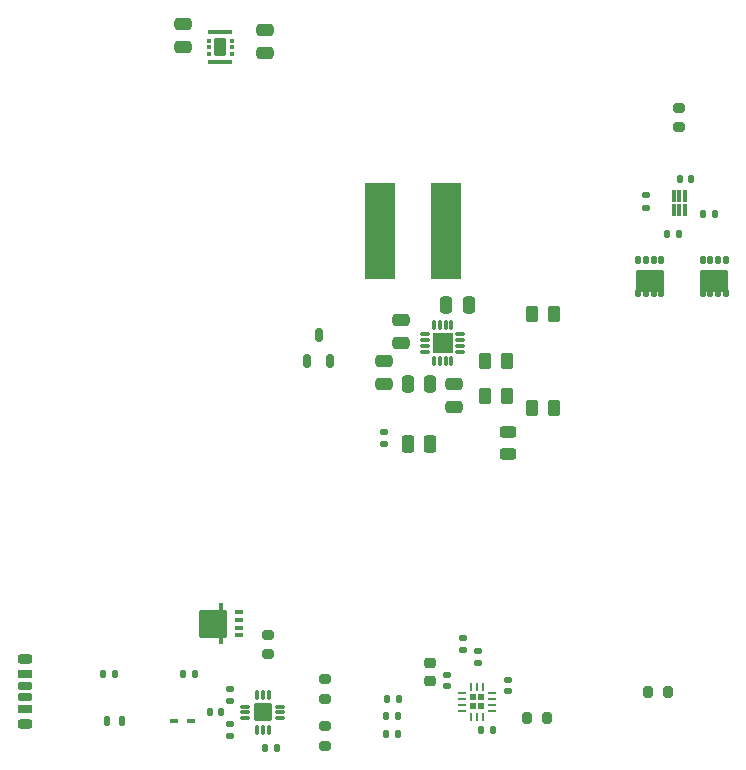
<source format=gbr>
%TF.GenerationSoftware,KiCad,Pcbnew,8.0.8*%
%TF.CreationDate,2025-03-29T17:39:48+01:00*%
%TF.ProjectId,eps,6570732e-6b69-4636-9164-5f7063625858,rev?*%
%TF.SameCoordinates,PX55d4a80PY8044ea0*%
%TF.FileFunction,Paste,Top*%
%TF.FilePolarity,Positive*%
%FSLAX46Y46*%
G04 Gerber Fmt 4.6, Leading zero omitted, Abs format (unit mm)*
G04 Created by KiCad (PCBNEW 8.0.8) date 2025-03-29 17:39:48*
%MOMM*%
%LPD*%
G01*
G04 APERTURE LIST*
G04 Aperture macros list*
%AMRoundRect*
0 Rectangle with rounded corners*
0 $1 Rounding radius*
0 $2 $3 $4 $5 $6 $7 $8 $9 X,Y pos of 4 corners*
0 Add a 4 corners polygon primitive as box body*
4,1,4,$2,$3,$4,$5,$6,$7,$8,$9,$2,$3,0*
0 Add four circle primitives for the rounded corners*
1,1,$1+$1,$2,$3*
1,1,$1+$1,$4,$5*
1,1,$1+$1,$6,$7*
1,1,$1+$1,$8,$9*
0 Add four rect primitives between the rounded corners*
20,1,$1+$1,$2,$3,$4,$5,0*
20,1,$1+$1,$4,$5,$6,$7,0*
20,1,$1+$1,$6,$7,$8,$9,0*
20,1,$1+$1,$8,$9,$2,$3,0*%
G04 Aperture macros list end*
%ADD10RoundRect,0.175000X-0.425000X0.175000X-0.425000X-0.175000X0.425000X-0.175000X0.425000X0.175000X0*%
%ADD11RoundRect,0.190000X-0.410000X0.190000X-0.410000X-0.190000X0.410000X-0.190000X0.410000X0.190000X0*%
%ADD12RoundRect,0.200000X-0.400000X0.200000X-0.400000X-0.200000X0.400000X-0.200000X0.400000X0.200000X0*%
%ADD13RoundRect,0.125000X0.125000X0.190000X-0.125000X0.190000X-0.125000X-0.190000X0.125000X-0.190000X0*%
%ADD14RoundRect,0.125000X-0.125000X0.250000X-0.125000X-0.250000X0.125000X-0.250000X0.125000X0.250000X0*%
%ADD15RoundRect,0.250000X-0.975000X0.700000X-0.975000X-0.700000X0.975000X-0.700000X0.975000X0.700000X0*%
%ADD16RoundRect,0.200000X0.275000X-0.200000X0.275000X0.200000X-0.275000X0.200000X-0.275000X-0.200000X0*%
%ADD17RoundRect,0.250000X-0.262500X-0.450000X0.262500X-0.450000X0.262500X0.450000X-0.262500X0.450000X0*%
%ADD18RoundRect,0.137500X-0.137500X-0.262500X0.137500X-0.262500X0.137500X0.262500X-0.137500X0.262500X0*%
%ADD19RoundRect,0.200000X-0.275000X0.200000X-0.275000X-0.200000X0.275000X-0.200000X0.275000X0.200000X0*%
%ADD20RoundRect,0.225000X0.250000X-0.225000X0.250000X0.225000X-0.250000X0.225000X-0.250000X-0.225000X0*%
%ADD21RoundRect,0.145000X-0.145000X0.145000X-0.145000X-0.145000X0.145000X-0.145000X0.145000X0.145000X0*%
%ADD22RoundRect,0.062500X-0.062500X0.275000X-0.062500X-0.275000X0.062500X-0.275000X0.062500X0.275000X0*%
%ADD23RoundRect,0.062500X-0.275000X0.062500X-0.275000X-0.062500X0.275000X-0.062500X0.275000X0.062500X0*%
%ADD24RoundRect,0.135000X-0.185000X0.135000X-0.185000X-0.135000X0.185000X-0.135000X0.185000X0.135000X0*%
%ADD25RoundRect,0.250000X-1.050000X-3.850000X1.050000X-3.850000X1.050000X3.850000X-1.050000X3.850000X0*%
%ADD26RoundRect,0.200000X-0.200000X-0.275000X0.200000X-0.275000X0.200000X0.275000X-0.200000X0.275000X0*%
%ADD27RoundRect,0.087500X0.100000X-0.087500X0.100000X0.087500X-0.100000X0.087500X-0.100000X-0.087500X0*%
%ADD28RoundRect,0.100000X0.950000X-0.100000X0.950000X0.100000X-0.950000X0.100000X-0.950000X-0.100000X0*%
%ADD29RoundRect,0.250000X0.300000X0.500000X-0.300000X0.500000X-0.300000X-0.500000X0.300000X-0.500000X0*%
%ADD30RoundRect,0.140000X-0.170000X0.140000X-0.170000X-0.140000X0.170000X-0.140000X0.170000X0.140000X0*%
%ADD31RoundRect,0.140000X-0.140000X-0.170000X0.140000X-0.170000X0.140000X0.170000X-0.140000X0.170000X0*%
%ADD32RoundRect,0.135000X0.135000X0.185000X-0.135000X0.185000X-0.135000X-0.185000X0.135000X-0.185000X0*%
%ADD33RoundRect,0.075000X0.075000X0.450000X-0.075000X0.450000X-0.075000X-0.450000X0.075000X-0.450000X0*%
%ADD34RoundRect,0.140000X0.170000X-0.140000X0.170000X0.140000X-0.170000X0.140000X-0.170000X-0.140000X0*%
%ADD35RoundRect,0.140000X0.140000X0.170000X-0.140000X0.170000X-0.140000X-0.170000X0.140000X-0.170000X0*%
%ADD36RoundRect,0.135000X-0.135000X-0.185000X0.135000X-0.185000X0.135000X0.185000X-0.135000X0.185000X0*%
%ADD37RoundRect,0.250000X-0.300000X-0.475000X0.300000X-0.475000X0.300000X0.475000X-0.300000X0.475000X0*%
%ADD38RoundRect,0.135000X0.185000X-0.135000X0.185000X0.135000X-0.185000X0.135000X-0.185000X-0.135000X0*%
%ADD39RoundRect,0.250000X-0.475000X0.250000X-0.475000X-0.250000X0.475000X-0.250000X0.475000X0.250000X0*%
%ADD40RoundRect,0.250000X0.475000X-0.250000X0.475000X0.250000X-0.475000X0.250000X-0.475000X-0.250000X0*%
%ADD41RoundRect,0.250000X-0.250000X-0.475000X0.250000X-0.475000X0.250000X0.475000X-0.250000X0.475000X0*%
%ADD42RoundRect,0.250000X0.250000X0.475000X-0.250000X0.475000X-0.250000X-0.475000X0.250000X-0.475000X0*%
%ADD43RoundRect,0.243750X-0.456250X0.243750X-0.456250X-0.243750X0.456250X-0.243750X0.456250X0.243750X0*%
%ADD44RoundRect,0.150000X0.150000X0.425000X-0.150000X0.425000X-0.150000X-0.425000X0.150000X-0.425000X0*%
%ADD45RoundRect,0.075000X-0.350000X0.075000X-0.350000X-0.075000X0.350000X-0.075000X0.350000X0.075000X0*%
%ADD46RoundRect,0.075000X0.075000X0.350000X-0.075000X0.350000X-0.075000X-0.350000X0.075000X-0.350000X0*%
%ADD47RoundRect,0.250000X0.525000X0.525000X-0.525000X0.525000X-0.525000X-0.525000X0.525000X-0.525000X0*%
%ADD48RoundRect,0.100000X0.275000X-0.100000X0.275000X0.100000X-0.275000X0.100000X-0.275000X-0.100000X0*%
%ADD49RoundRect,0.250000X0.950000X0.975000X-0.950000X0.975000X-0.950000X-0.975000X0.950000X-0.975000X0*%
%ADD50RoundRect,0.100000X0.100000X0.277500X-0.100000X0.277500X-0.100000X-0.277500X0.100000X-0.277500X0*%
%ADD51RoundRect,0.075000X0.075000X0.325000X-0.075000X0.325000X-0.075000X-0.325000X0.075000X-0.325000X0*%
%ADD52RoundRect,0.075000X0.325000X-0.075000X0.325000X0.075000X-0.325000X0.075000X-0.325000X-0.075000X0*%
%ADD53RoundRect,0.250000X0.630000X-0.630000X0.630000X0.630000X-0.630000X0.630000X-0.630000X-0.630000X0*%
%ADD54RoundRect,0.105000X-0.245000X0.105000X-0.245000X-0.105000X0.245000X-0.105000X0.245000X0.105000X0*%
%ADD55RoundRect,0.250000X0.262500X0.450000X-0.262500X0.450000X-0.262500X-0.450000X0.262500X-0.450000X0*%
G04 APERTURE END LIST*
D10*
%TO.C,J1*%
X6630000Y28500000D03*
D11*
X6630000Y26480000D03*
D12*
X6630000Y25250000D03*
D10*
X6630000Y27500000D03*
D11*
X6630000Y29520000D03*
D12*
X6630000Y30750000D03*
%TD*%
D13*
%TO.C,Q1*%
X65975000Y64575000D03*
X65325000Y64575000D03*
X64675000Y64575000D03*
X64025000Y64575000D03*
D14*
X64025000Y61765000D03*
X64675000Y61765000D03*
X65325000Y61765000D03*
X65975000Y61765000D03*
D15*
X65000000Y62750000D03*
%TD*%
D16*
%TO.C,R16*%
X32000000Y23405000D03*
X32000000Y25055000D03*
%TD*%
D17*
%TO.C,R7*%
X45587500Y56000000D03*
X47412500Y56000000D03*
%TD*%
D18*
%TO.C,D3*%
X14875000Y25500000D03*
X13625000Y25500000D03*
%TD*%
D13*
%TO.C,Q2*%
X60525000Y64575000D03*
X59875000Y64575000D03*
X59225000Y64575000D03*
X58575000Y64575000D03*
D14*
X58575000Y61765000D03*
X59225000Y61765000D03*
X59875000Y61765000D03*
X60525000Y61765000D03*
D15*
X59550000Y62750000D03*
%TD*%
D19*
%TO.C,R1*%
X62025000Y77435000D03*
X62025000Y75785000D03*
%TD*%
D20*
%TO.C,C13*%
X40890000Y28902500D03*
X40890000Y30452500D03*
%TD*%
D21*
%TO.C,IC5*%
X45250000Y27500000D03*
X44530000Y27500000D03*
X45250000Y26780000D03*
X44530000Y26780000D03*
D22*
X45390000Y28402500D03*
X44890000Y28402500D03*
X44390000Y28402500D03*
D23*
X43627500Y27890000D03*
X43627500Y27390000D03*
X43627500Y26890000D03*
X43627500Y26390000D03*
D22*
X44390000Y25877500D03*
X44890000Y25877500D03*
X45390000Y25877500D03*
D23*
X46152500Y26390000D03*
X46152500Y26890000D03*
X46152500Y27390000D03*
X46152500Y27890000D03*
%TD*%
D24*
%TO.C,R4*%
X59250000Y70000000D03*
X59250000Y68980000D03*
%TD*%
D25*
%TO.C,L1*%
X36700000Y67000000D03*
X42300000Y67000000D03*
%TD*%
D26*
%TO.C,R22*%
X59425000Y28000000D03*
X61075000Y28000000D03*
%TD*%
D27*
%TO.C,IC3*%
X24125000Y82000000D03*
X24125000Y82550000D03*
X24125000Y83100000D03*
X22250000Y83100000D03*
X22250000Y82550000D03*
X22250000Y82000000D03*
D28*
X23187000Y81300000D03*
X23187000Y83800000D03*
D29*
X23187000Y82550000D03*
%TD*%
D30*
%TO.C,C11*%
X24000000Y25210000D03*
X24000000Y24250000D03*
%TD*%
D31*
%TO.C,C1*%
X62070000Y71435000D03*
X63030000Y71435000D03*
%TD*%
D32*
%TO.C,R3*%
X62010000Y66750000D03*
X60990000Y66750000D03*
%TD*%
D33*
%TO.C,IC1*%
X61550000Y68735000D03*
X62050000Y68735000D03*
X62550000Y68735000D03*
X62550000Y69935000D03*
X62050000Y69935000D03*
X61550000Y69935000D03*
%TD*%
D34*
%TO.C,C15*%
X47500000Y28020000D03*
X47500000Y28980000D03*
%TD*%
D35*
%TO.C,C10*%
X23230000Y26250000D03*
X22270000Y26250000D03*
%TD*%
D36*
%TO.C,R19*%
X37240000Y25902500D03*
X38260000Y25902500D03*
%TD*%
D37*
%TO.C,D1*%
X39100000Y49000000D03*
X40900000Y49000000D03*
%TD*%
D19*
%TO.C,R15*%
X32000000Y29055000D03*
X32000000Y27405000D03*
%TD*%
D38*
%TO.C,R14*%
X43750000Y31490000D03*
X43750000Y32510000D03*
%TD*%
D39*
%TO.C,C8*%
X27000000Y84000000D03*
X27000000Y82100000D03*
%TD*%
D34*
%TO.C,C12*%
X42390000Y28442500D03*
X42390000Y29402500D03*
%TD*%
D36*
%TO.C,R2*%
X64015000Y68435000D03*
X65035000Y68435000D03*
%TD*%
D40*
%TO.C,C7*%
X20000000Y82600000D03*
X20000000Y84500000D03*
%TD*%
D31*
%TO.C,C14*%
X45270000Y24750000D03*
X46230000Y24750000D03*
%TD*%
D36*
%TO.C,R20*%
X37250000Y27402500D03*
X38270000Y27402500D03*
%TD*%
D17*
%TO.C,R6*%
X45587500Y53000000D03*
X47412500Y53000000D03*
%TD*%
D36*
%TO.C,R11*%
X19990000Y29500000D03*
X21010000Y29500000D03*
%TD*%
D41*
%TO.C,C4*%
X42300000Y60750000D03*
X44200000Y60750000D03*
%TD*%
D40*
%TO.C,C3*%
X38500000Y57550000D03*
X38500000Y59450000D03*
%TD*%
D42*
%TO.C,C5*%
X40950000Y54000000D03*
X39050000Y54000000D03*
%TD*%
D43*
%TO.C,D2*%
X47500000Y50000000D03*
X47500000Y48125000D03*
%TD*%
D36*
%TO.C,R17*%
X26990000Y23230000D03*
X28010000Y23230000D03*
%TD*%
D44*
%TO.C,Q3*%
X30540000Y56000000D03*
X32460000Y56000000D03*
X31500000Y58200000D03*
%TD*%
D39*
%TO.C,C6*%
X43000000Y54000000D03*
X43000000Y52100000D03*
%TD*%
D38*
%TO.C,R5*%
X37000000Y48990000D03*
X37000000Y50010000D03*
%TD*%
D45*
%TO.C,IC4*%
X28210000Y25730000D03*
X28210000Y26230000D03*
X28210000Y26730000D03*
D46*
X27260000Y27680000D03*
X26760000Y27680000D03*
X26260000Y27680000D03*
D45*
X25310000Y26730000D03*
X25310000Y26230000D03*
X25310000Y25730000D03*
D46*
X26260000Y24780000D03*
X26760000Y24780000D03*
X27260000Y24780000D03*
D47*
X26760000Y26230000D03*
%TD*%
D36*
%TO.C,R18*%
X37240000Y24402500D03*
X38260000Y24402500D03*
%TD*%
D30*
%TO.C,C9*%
X24000000Y28190000D03*
X24000000Y27230000D03*
%TD*%
D48*
%TO.C,Q4*%
X24775000Y32765000D03*
X24775000Y33415000D03*
X24775000Y34065000D03*
X24775000Y34715000D03*
D49*
X22550000Y33740000D03*
D50*
X23250000Y32362500D03*
X23250000Y35117500D03*
%TD*%
D51*
%TO.C,IC2*%
X41250000Y56000000D03*
X41750000Y56000000D03*
X42250000Y56000000D03*
X42750000Y56000000D03*
D52*
X43500000Y56750000D03*
X43500000Y57250000D03*
X43500000Y57750000D03*
X43500000Y58250000D03*
D51*
X42750000Y59000000D03*
X42250000Y59000000D03*
X41750000Y59000000D03*
X41250000Y59000000D03*
D52*
X40500000Y58250000D03*
X40500000Y57750000D03*
X40500000Y57250000D03*
X40500000Y56750000D03*
D53*
X42000000Y57500000D03*
%TD*%
D54*
%TO.C,D4*%
X20725000Y25500000D03*
X19275000Y25500000D03*
%TD*%
D55*
%TO.C,R9*%
X51412500Y52000000D03*
X49587500Y52000000D03*
%TD*%
D39*
%TO.C,C2*%
X37000000Y55950000D03*
X37000000Y54050000D03*
%TD*%
D19*
%TO.C,R12*%
X27250000Y32825000D03*
X27250000Y31175000D03*
%TD*%
D38*
%TO.C,R13*%
X45000000Y30392500D03*
X45000000Y31412500D03*
%TD*%
D36*
%TO.C,R10*%
X13240000Y29500000D03*
X14260000Y29500000D03*
%TD*%
D17*
%TO.C,R8*%
X49587500Y60000000D03*
X51412500Y60000000D03*
%TD*%
D26*
%TO.C,R21*%
X49175000Y25750000D03*
X50825000Y25750000D03*
%TD*%
M02*

</source>
